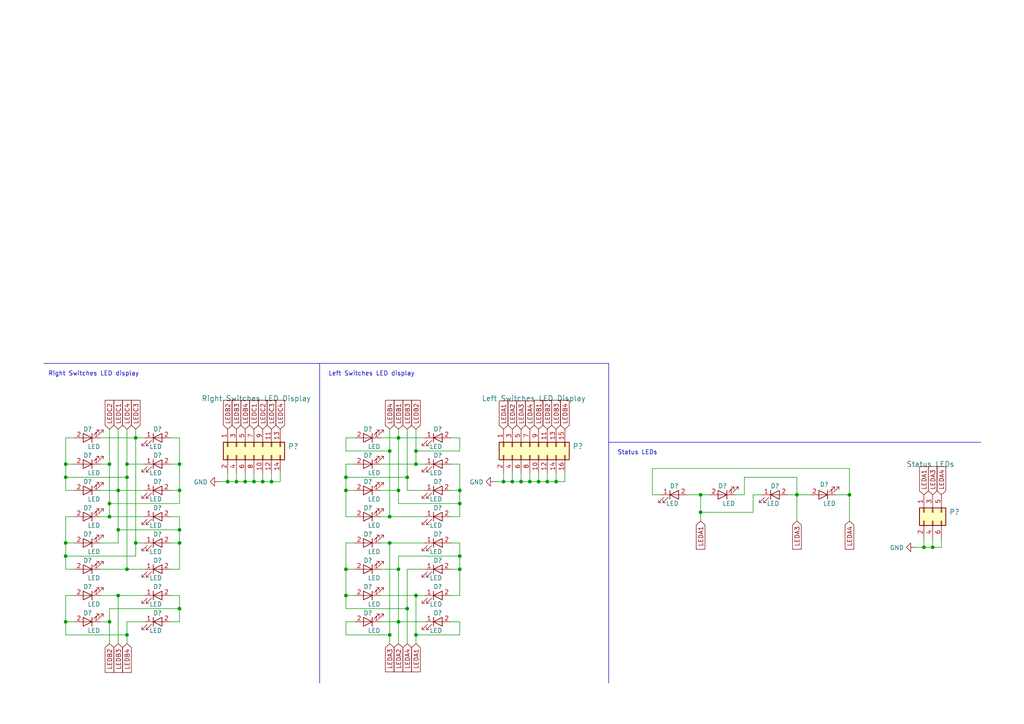
<source format=kicad_sch>
(kicad_sch (version 20230121) (generator eeschema)
  (paper "A4")
  (lib_symbols
    (symbol "conn:Conn_02x03_Odd_Even" (pin_names (offset 1.016) hide)
      (property "Reference" "J" (at 1.27 5.08 0))
      (property "Value" "conn_Conn_02x03_Odd_Even" (at 1.27 -5.08 0))
      (symbol "Conn_02x03_Odd_Even_1_1"
        (rectangle (start -1.27 -2.413) (end 0 -2.667) (stroke (width 0.1524)))
        (rectangle (start -1.27 0.127) (end 0 -0.127) (stroke (width 0.1524)))
        (rectangle (start -1.27 2.667) (end 0 2.413) (stroke (width 0.1524)))
        (rectangle (start -1.27 3.81) (end 3.81 -3.81) (stroke (width 0.254)) (fill (type background)))
        (rectangle (start 3.81 -2.413) (end 2.54 -2.667) (stroke (width 0.1524)))
        (rectangle (start 3.81 0.127) (end 2.54 -0.127) (stroke (width 0.1524)))
        (rectangle (start 3.81 2.667) (end 2.54 2.413) (stroke (width 0.1524)))
        (pin passive line (at -5.08 2.54 0) (length 3.81) (name "Pin_1") (number "1"))
        (pin passive line (at 7.62 2.54 180) (length 3.81) (name "Pin_2") (number "2"))
        (pin passive line (at -5.08 0 0) (length 3.81) (name "Pin_3") (number "3"))
        (pin passive line (at 7.62 0 180) (length 3.81) (name "Pin_4") (number "4"))
        (pin passive line (at -5.08 -2.54 0) (length 3.81) (name "Pin_5") (number "5"))
        (pin passive line (at 7.62 -2.54 180) (length 3.81) (name "Pin_6") (number "6"))
      )
    )
    (symbol "conn:Conn_02x07_Odd_Even" (pin_names (offset 1.016) hide)
      (property "Reference" "J" (at 1.27 10.16 0))
      (property "Value" "conn_Conn_02x07_Odd_Even" (at 1.27 -10.16 0))
      (symbol "Conn_02x07_Odd_Even_1_1"
        (rectangle (start -1.27 -7.493) (end 0 -7.747) (stroke (width 0.1524)))
        (rectangle (start -1.27 -4.953) (end 0 -5.207) (stroke (width 0.1524)))
        (rectangle (start -1.27 -2.413) (end 0 -2.667) (stroke (width 0.1524)))
        (rectangle (start -1.27 0.127) (end 0 -0.127) (stroke (width 0.1524)))
        (rectangle (start -1.27 2.667) (end 0 2.413) (stroke (width 0.1524)))
        (rectangle (start -1.27 5.207) (end 0 4.953) (stroke (width 0.1524)))
        (rectangle (start -1.27 7.747) (end 0 7.493) (stroke (width 0.1524)))
        (rectangle (start -1.27 8.89) (end 3.81 -8.89) (stroke (width 0.254)) (fill (type background)))
        (rectangle (start 3.81 -7.493) (end 2.54 -7.747) (stroke (width 0.1524)))
        (rectangle (start 3.81 -4.953) (end 2.54 -5.207) (stroke (width 0.1524)))
        (rectangle (start 3.81 -2.413) (end 2.54 -2.667) (stroke (width 0.1524)))
        (rectangle (start 3.81 0.127) (end 2.54 -0.127) (stroke (width 0.1524)))
        (rectangle (start 3.81 2.667) (end 2.54 2.413) (stroke (width 0.1524)))
        (rectangle (start 3.81 5.207) (end 2.54 4.953) (stroke (width 0.1524)))
        (rectangle (start 3.81 7.747) (end 2.54 7.493) (stroke (width 0.1524)))
        (pin passive line (at -5.08 7.62 0) (length 3.81) (name "Pin_1") (number "1"))
        (pin passive line (at 7.62 -2.54 180) (length 3.81) (name "Pin_10") (number "10"))
        (pin passive line (at -5.08 -5.08 0) (length 3.81) (name "Pin_11") (number "11"))
        (pin passive line (at 7.62 -5.08 180) (length 3.81) (name "Pin_12") (number "12"))
        (pin passive line (at -5.08 -7.62 0) (length 3.81) (name "Pin_13") (number "13"))
        (pin passive line (at 7.62 -7.62 180) (length 3.81) (name "Pin_14") (number "14"))
        (pin passive line (at 7.62 7.62 180) (length 3.81) (name "Pin_2") (number "2"))
        (pin passive line (at -5.08 5.08 0) (length 3.81) (name "Pin_3") (number "3"))
        (pin passive line (at 7.62 5.08 180) (length 3.81) (name "Pin_4") (number "4"))
        (pin passive line (at -5.08 2.54 0) (length 3.81) (name "Pin_5") (number "5"))
        (pin passive line (at 7.62 2.54 180) (length 3.81) (name "Pin_6") (number "6"))
        (pin passive line (at -5.08 0 0) (length 3.81) (name "Pin_7") (number "7"))
        (pin passive line (at 7.62 0 180) (length 3.81) (name "Pin_8") (number "8"))
        (pin passive line (at -5.08 -2.54 0) (length 3.81) (name "Pin_9") (number "9"))
      )
    )
    (symbol "conn:Conn_02x08_Odd_Even" (pin_names (offset 1.016) hide)
      (property "Reference" "J" (at 1.27 10.16 0))
      (property "Value" "conn_Conn_02x08_Odd_Even" (at 1.27 -12.7 0))
      (symbol "Conn_02x08_Odd_Even_1_1"
        (rectangle (start -1.27 -10.033) (end 0 -10.287) (stroke (width 0.1524)))
        (rectangle (start -1.27 -7.493) (end 0 -7.747) (stroke (width 0.1524)))
        (rectangle (start -1.27 -4.953) (end 0 -5.207) (stroke (width 0.1524)))
        (rectangle (start -1.27 -2.413) (end 0 -2.667) (stroke (width 0.1524)))
        (rectangle (start -1.27 0.127) (end 0 -0.127) (stroke (width 0.1524)))
        (rectangle (start -1.27 2.667) (end 0 2.413) (stroke (width 0.1524)))
        (rectangle (start -1.27 5.207) (end 0 4.953) (stroke (width 0.1524)))
        (rectangle (start -1.27 7.747) (end 0 7.493) (stroke (width 0.1524)))
        (rectangle (start -1.27 8.89) (end 3.81 -11.43) (stroke (width 0.254)) (fill (type background)))
        (rectangle (start 3.81 -10.033) (end 2.54 -10.287) (stroke (width 0.1524)))
        (rectangle (start 3.81 -7.493) (end 2.54 -7.747) (stroke (width 0.1524)))
        (rectangle (start 3.81 -4.953) (end 2.54 -5.207) (stroke (width 0.1524)))
        (rectangle (start 3.81 -2.413) (end 2.54 -2.667) (stroke (width 0.1524)))
        (rectangle (start 3.81 0.127) (end 2.54 -0.127) (stroke (width 0.1524)))
        (rectangle (start 3.81 2.667) (end 2.54 2.413) (stroke (width 0.1524)))
        (rectangle (start 3.81 5.207) (end 2.54 4.953) (stroke (width 0.1524)))
        (rectangle (start 3.81 7.747) (end 2.54 7.493) (stroke (width 0.1524)))
        (pin passive line (at -5.08 7.62 0) (length 3.81) (name "Pin_1") (number "1"))
        (pin passive line (at 7.62 -2.54 180) (length 3.81) (name "Pin_10") (number "10"))
        (pin passive line (at -5.08 -5.08 0) (length 3.81) (name "Pin_11") (number "11"))
        (pin passive line (at 7.62 -5.08 180) (length 3.81) (name "Pin_12") (number "12"))
        (pin passive line (at -5.08 -7.62 0) (length 3.81) (name "Pin_13") (number "13"))
        (pin passive line (at 7.62 -7.62 180) (length 3.81) (name "Pin_14") (number "14"))
        (pin passive line (at -5.08 -10.16 0) (length 3.81) (name "Pin_15") (number "15"))
        (pin passive line (at 7.62 -10.16 180) (length 3.81) (name "Pin_16") (number "16"))
        (pin passive line (at 7.62 7.62 180) (length 3.81) (name "Pin_2") (number "2"))
        (pin passive line (at -5.08 5.08 0) (length 3.81) (name "Pin_3") (number "3"))
        (pin passive line (at 7.62 5.08 180) (length 3.81) (name "Pin_4") (number "4"))
        (pin passive line (at -5.08 2.54 0) (length 3.81) (name "Pin_5") (number "5"))
        (pin passive line (at 7.62 2.54 180) (length 3.81) (name "Pin_6") (number "6"))
        (pin passive line (at -5.08 0 0) (length 3.81) (name "Pin_7") (number "7"))
        (pin passive line (at 7.62 0 180) (length 3.81) (name "Pin_8") (number "8"))
        (pin passive line (at -5.08 -2.54 0) (length 3.81) (name "Pin_9") (number "9"))
      )
    )
    (symbol "device:LED" (pin_names (offset 1.016) hide)
      (property "Reference" "D" (at 0 2.54 0))
      (property "Value" "device_LED" (at 0 -2.54 0))
      (symbol "LED_0_1"
        (polyline (pts (xy -1.27 -1.27) (xy -1.27 1.27)) (stroke (width 0.2032)))
        (polyline (pts (xy -1.27 0) (xy 1.27 0)))
        (polyline (pts (xy 1.27 -1.27) (xy 1.27 1.27) (xy -1.27 0) (xy 1.27 -1.27)) (stroke (width 0.2032)))
        (polyline (pts (xy -3.048 -0.762) (xy -4.572 -2.286) (xy -3.81 -2.286) (xy -4.572 -2.286) (xy -4.572 -1.524)))
        (polyline (pts (xy -1.778 -0.762) (xy -3.302 -2.286) (xy -2.54 -2.286) (xy -3.302 -2.286) (xy -3.302 -1.524)))
      )
      (symbol "LED_1_1"
        (pin passive line (at -3.81 0 0) (length 2.54) (name "K") (number "1"))
        (pin passive line (at 3.81 0 180) (length 2.54) (name "A") (number "2"))
      )
    )
    (symbol "power:GND" (power) (pin_names (offset 0))
      (property "Value" "power_GND" (at 0 -3.81 0))
      (symbol "GND_0_1"
        (polyline (pts (xy 0 0) (xy 0 -1.27) (xy 1.27 -1.27) (xy 0 -2.54) (xy -1.27 -1.27) (xy 0 -1.27)))
      )
      (symbol "GND_1_1"
        (pin power_in line (at 0 0 270) (length 0) hide (name "GND") (number "1"))
      )
    )
  )
  (junction (at 100.33 165.1))
  (junction (at 19.05 161.29))
  (junction (at 133.35 146.05))
  (junction (at 120.65 184.15))
  (junction (at 231.14 143.51))
  (junction (at 267.97 158.75))
  (junction (at 52.07 153.67))
  (junction (at 76.2 139.7))
  (junction (at 36.83 165.1))
  (junction (at 19.05 138.43))
  (junction (at 115.57 142.24))
  (junction (at 120.65 134.62))
  (junction (at 203.2 143.51))
  (junction (at 120.65 130.81))
  (junction (at 52.07 142.24))
  (junction (at 120.65 172.72))
  (junction (at 100.33 138.43))
  (junction (at 153.67 139.7))
  (junction (at 148.59 139.7))
  (junction (at 115.57 180.34))
  (junction (at 158.75 139.7))
  (junction (at 161.29 139.7))
  (junction (at 31.75 134.62))
  (junction (at 100.33 142.24))
  (junction (at 19.05 134.62))
  (junction (at 113.03 130.81))
  (junction (at 246.38 143.51))
  (junction (at 115.57 127))
  (junction (at 68.58 139.7))
  (junction (at 39.37 127))
  (junction (at 31.75 149.86))
  (junction (at 146.05 139.7))
  (junction (at 133.35 165.1))
  (junction (at 52.07 134.62))
  (junction (at 34.29 153.67))
  (junction (at 31.75 180.34))
  (junction (at 73.66 139.7))
  (junction (at 113.03 157.48))
  (junction (at 19.05 180.34))
  (junction (at 118.11 176.53))
  (junction (at 133.35 142.24))
  (junction (at 19.05 157.48))
  (junction (at 115.57 165.1))
  (junction (at 203.2 148.59))
  (junction (at 113.03 149.86))
  (junction (at 34.29 172.72))
  (junction (at 118.11 138.43))
  (junction (at 36.83 138.43))
  (junction (at 151.13 139.7))
  (junction (at 156.21 139.7))
  (junction (at 100.33 172.72))
  (junction (at 78.74 139.7))
  (junction (at 36.83 134.62))
  (junction (at 52.07 157.48))
  (junction (at 36.83 184.15))
  (junction (at 270.51 158.75))
  (junction (at 34.29 142.24))
  (junction (at 133.35 161.29))
  (junction (at 39.37 157.48))
  (junction (at 31.75 146.05))
  (junction (at 52.07 176.53))
  (junction (at 113.03 184.15))
  (junction (at 71.12 139.7))
  (junction (at 66.04 139.7))
  (wire (pts (xy 148.59 139.7) (xy 146.05 139.7)))
  (wire (pts (xy 100.33 134.62) (xy 100.33 138.43)))
  (wire (pts (xy 161.29 139.7) (xy 163.83 139.7)))
  (wire (pts (xy 49.53 149.86) (xy 52.07 149.86)))
  (wire (pts (xy 189.23 135.89) (xy 189.23 143.51)))
  (wire (pts (xy 31.75 134.62) (xy 29.21 134.62)))
  (wire (pts (xy 31.75 146.05) (xy 52.07 146.05)))
  (wire (pts (xy 34.29 142.24) (xy 41.91 142.24)))
  (wire (pts (xy 52.07 134.62) (xy 49.53 134.62)))
  (wire (pts (xy 31.75 176.53) (xy 31.75 180.34)))
  (wire (pts (xy 113.03 149.86) (xy 110.49 149.86)))
  (wire (pts (xy 163.83 139.7) (xy 163.83 137.16)))
  (wire (pts (xy 158.75 139.7) (xy 156.21 139.7)))
  (wire (pts (xy 203.2 143.51) (xy 205.74 143.51)))
  (wire (pts (xy 130.81 134.62) (xy 133.35 134.62)))
  (wire (pts (xy 52.07 172.72) (xy 52.07 176.53)))
  (wire (pts (xy 113.03 157.48) (xy 110.49 157.48)))
  (wire (pts (xy 218.44 143.51) (xy 218.44 148.59)))
  (wire (pts (xy 81.28 137.16) (xy 81.28 139.7)))
  (wire (pts (xy 273.05 158.75) (xy 270.51 158.75)))
  (wire (pts (xy 133.35 127) (xy 130.81 127)))
  (wire (pts (xy 270.51 158.75) (xy 270.51 156.21)))
  (wire (pts (xy 76.2 139.7) (xy 76.2 137.16)))
  (wire (pts (xy 36.83 165.1) (xy 41.91 165.1)))
  (wire (pts (xy 273.05 158.75) (xy 273.05 156.21)))
  (wire (pts (xy 113.03 184.15) (xy 100.33 184.15)))
  (wire (pts (xy 19.05 134.62) (xy 21.59 134.62)))
  (wire (pts (xy 100.33 176.53) (xy 100.33 172.72)))
  (wire (pts (xy 19.05 149.86) (xy 19.05 157.48)))
  (wire (pts (xy 36.83 124.46) (xy 36.83 134.62)))
  (wire (pts (xy 246.38 151.13) (xy 246.38 143.51)))
  (wire (pts (xy 110.49 180.34) (xy 115.57 180.34)))
  (wire (pts (xy 153.67 139.7) (xy 151.13 139.7)))
  (wire (pts (xy 19.05 127) (xy 19.05 134.62)))
  (wire (pts (xy 115.57 127) (xy 115.57 124.46)))
  (wire (pts (xy 267.97 158.75) (xy 265.43 158.75)))
  (wire (pts (xy 49.53 127) (xy 52.07 127)))
  (wire (pts (xy 39.37 157.48) (xy 41.91 157.48)))
  (wire (pts (xy 115.57 186.69) (xy 115.57 180.34)))
  (wire (pts (xy 71.12 139.7) (xy 68.58 139.7)))
  (wire (pts (xy 156.21 139.7) (xy 153.67 139.7)))
  (wire (pts (xy 19.05 157.48) (xy 21.59 157.48)))
  (wire (pts (xy 34.29 172.72) (xy 29.21 172.72)))
  (wire (pts (xy 31.75 149.86) (xy 31.75 146.05)))
  (wire (pts (xy 52.07 149.86) (xy 52.07 153.67)))
  (wire (pts (xy 31.75 149.86) (xy 41.91 149.86)))
  (wire (pts (xy 66.04 139.7) (xy 66.04 137.16)))
  (wire (pts (xy 31.75 146.05) (xy 31.75 134.62)))
  (wire (pts (xy 21.59 172.72) (xy 19.05 172.72)))
  (wire (pts (xy 110.49 134.62) (xy 120.65 134.62)))
  (wire (pts (xy 52.07 127) (xy 52.07 134.62)))
  (wire (pts (xy 31.75 124.46) (xy 31.75 134.62)))
  (wire (pts (xy 199.39 143.51) (xy 203.2 143.51)))
  (wire (pts (xy 120.65 130.81) (xy 133.35 130.81)))
  (wire (pts (xy 34.29 153.67) (xy 34.29 142.24)))
  (wire (pts (xy 39.37 157.48) (xy 39.37 127)))
  (wire (pts (xy 52.07 165.1) (xy 49.53 165.1)))
  (wire (pts (xy 220.98 143.51) (xy 218.44 143.51)))
  (wire (pts (xy 110.49 142.24) (xy 115.57 142.24)))
  (wire (pts (xy 100.33 165.1) (xy 102.87 165.1)))
  (wire (pts (xy 118.11 165.1) (xy 123.19 165.1)))
  (wire (pts (xy 34.29 153.67) (xy 34.29 157.48)))
  (wire (pts (xy 68.58 139.7) (xy 68.58 137.16)))
  (wire (pts (xy 133.35 130.81) (xy 133.35 127)))
  (wire (pts (xy 113.03 149.86) (xy 123.19 149.86)))
  (wire (pts (xy 39.37 124.46) (xy 39.37 127)))
  (wire (pts (xy 34.29 172.72) (xy 34.29 186.69)))
  (wire (pts (xy 71.12 139.7) (xy 71.12 137.16)))
  (wire (pts (xy 52.07 153.67) (xy 52.07 157.48)))
  (wire (pts (xy 36.83 138.43) (xy 36.83 134.62)))
  (wire (pts (xy 100.33 165.1) (xy 100.33 172.72)))
  (wire (pts (xy 52.07 180.34) (xy 49.53 180.34)))
  (wire (pts (xy 213.36 143.51) (xy 215.9 143.51)))
  (wire (pts (xy 120.65 134.62) (xy 123.19 134.62)))
  (wire (pts (xy 133.35 184.15) (xy 120.65 184.15)))
  (wire (pts (xy 231.14 138.43) (xy 231.14 143.51)))
  (wire (pts (xy 31.75 180.34) (xy 31.75 186.69)))
  (wire (pts (xy 102.87 180.34) (xy 100.33 180.34)))
  (wire (pts (xy 81.28 139.7) (xy 78.74 139.7)))
  (wire (pts (xy 133.35 180.34) (xy 133.35 184.15)))
  (wire (pts (xy 130.81 180.34) (xy 133.35 180.34)))
  (wire (pts (xy 31.75 176.53) (xy 52.07 176.53)))
  (wire (pts (xy 115.57 165.1) (xy 110.49 165.1)))
  (wire (pts (xy 19.05 157.48) (xy 19.05 161.29)))
  (wire (pts (xy 120.65 184.15) (xy 120.65 186.69)))
  (wire (pts (xy 49.53 172.72) (xy 52.07 172.72)))
  (wire (pts (xy 120.65 172.72) (xy 120.65 184.15)))
  (polyline (pts (xy 284.48 128.27) (xy 176.53 128.27)))
  (wire (pts (xy 133.35 165.1) (xy 130.81 165.1)))
  (wire (pts (xy 31.75 180.34) (xy 29.21 180.34)))
  (wire (pts (xy 100.33 157.48) (xy 100.33 165.1)))
  (wire (pts (xy 153.67 139.7) (xy 153.67 137.16)))
  (wire (pts (xy 113.03 130.81) (xy 100.33 130.81)))
  (wire (pts (xy 36.83 184.15) (xy 36.83 186.69)))
  (wire (pts (xy 100.33 142.24) (xy 102.87 142.24)))
  (wire (pts (xy 41.91 127) (xy 39.37 127)))
  (wire (pts (xy 100.33 142.24) (xy 100.33 149.86)))
  (wire (pts (xy 215.9 138.43) (xy 231.14 138.43)))
  (wire (pts (xy 52.07 157.48) (xy 52.07 165.1)))
  (wire (pts (xy 118.11 138.43) (xy 100.33 138.43)))
  (wire (pts (xy 36.83 165.1) (xy 36.83 138.43)))
  (wire (pts (xy 36.83 184.15) (xy 19.05 184.15)))
  (wire (pts (xy 19.05 134.62) (xy 19.05 138.43)))
  (wire (pts (xy 118.11 124.46) (xy 118.11 138.43)))
  (wire (pts (xy 100.33 130.81) (xy 100.33 127)))
  (polyline (pts (xy 92.71 105.41) (xy 92.71 198.12)))
  (wire (pts (xy 36.83 165.1) (xy 29.21 165.1)))
  (wire (pts (xy 36.83 180.34) (xy 41.91 180.34)))
  (wire (pts (xy 39.37 161.29) (xy 19.05 161.29)))
  (wire (pts (xy 203.2 151.13) (xy 203.2 148.59)))
  (wire (pts (xy 115.57 127) (xy 110.49 127)))
  (wire (pts (xy 19.05 138.43) (xy 19.05 142.24)))
  (wire (pts (xy 39.37 161.29) (xy 39.37 157.48)))
  (wire (pts (xy 246.38 135.89) (xy 189.23 135.89)))
  (wire (pts (xy 78.74 139.7) (xy 78.74 137.16)))
  (wire (pts (xy 120.65 124.46) (xy 120.65 130.81)))
  (wire (pts (xy 73.66 139.7) (xy 73.66 137.16)))
  (wire (pts (xy 100.33 172.72) (xy 102.87 172.72)))
  (wire (pts (xy 118.11 176.53) (xy 118.11 165.1)))
  (wire (pts (xy 19.05 142.24) (xy 21.59 142.24)))
  (wire (pts (xy 118.11 138.43) (xy 118.11 142.24)))
  (wire (pts (xy 68.58 139.7) (xy 66.04 139.7)))
  (wire (pts (xy 115.57 127) (xy 123.19 127)))
  (wire (pts (xy 146.05 139.7) (xy 143.51 139.7)))
  (wire (pts (xy 52.07 142.24) (xy 49.53 142.24)))
  (wire (pts (xy 21.59 127) (xy 19.05 127)))
  (wire (pts (xy 19.05 180.34) (xy 19.05 184.15)))
  (wire (pts (xy 242.57 143.51) (xy 246.38 143.51)))
  (wire (pts (xy 151.13 139.7) (xy 148.59 139.7)))
  (wire (pts (xy 246.38 143.51) (xy 246.38 135.89)))
  (wire (pts (xy 52.07 180.34) (xy 52.07 176.53)))
  (polyline (pts (xy 176.53 198.12) (xy 176.53 105.41)))
  (wire (pts (xy 148.59 139.7) (xy 148.59 137.16)))
  (wire (pts (xy 115.57 180.34) (xy 123.19 180.34)))
  (wire (pts (xy 215.9 143.51) (xy 215.9 138.43)))
  (wire (pts (xy 115.57 180.34) (xy 115.57 165.1)))
  (wire (pts (xy 161.29 137.16) (xy 161.29 139.7)))
  (wire (pts (xy 100.33 149.86) (xy 102.87 149.86)))
  (wire (pts (xy 120.65 172.72) (xy 110.49 172.72)))
  (wire (pts (xy 146.05 139.7) (xy 146.05 137.16)))
  (wire (pts (xy 133.35 149.86) (xy 130.81 149.86)))
  (wire (pts (xy 270.51 158.75) (xy 267.97 158.75)))
  (wire (pts (xy 36.83 134.62) (xy 41.91 134.62)))
  (wire (pts (xy 133.35 142.24) (xy 133.35 146.05)))
  (wire (pts (xy 66.04 139.7) (xy 63.5 139.7)))
  (wire (pts (xy 29.21 157.48) (xy 34.29 157.48)))
  (wire (pts (xy 267.97 158.75) (xy 267.97 156.21)))
  (wire (pts (xy 158.75 139.7) (xy 158.75 137.16)))
  (wire (pts (xy 52.07 146.05) (xy 52.07 142.24)))
  (wire (pts (xy 102.87 157.48) (xy 100.33 157.48)))
  (wire (pts (xy 113.03 186.69) (xy 113.03 184.15)))
  (wire (pts (xy 231.14 151.13) (xy 231.14 143.51)))
  (wire (pts (xy 78.74 139.7) (xy 76.2 139.7)))
  (wire (pts (xy 203.2 148.59) (xy 203.2 143.51)))
  (wire (pts (xy 19.05 161.29) (xy 19.05 165.1)))
  (wire (pts (xy 156.21 139.7) (xy 156.21 137.16)))
  (wire (pts (xy 130.81 157.48) (xy 133.35 157.48)))
  (wire (pts (xy 123.19 157.48) (xy 113.03 157.48)))
  (wire (pts (xy 120.65 134.62) (xy 120.65 130.81)))
  (wire (pts (xy 115.57 161.29) (xy 133.35 161.29)))
  (wire (pts (xy 115.57 161.29) (xy 115.57 165.1)))
  (wire (pts (xy 73.66 139.7) (xy 71.12 139.7)))
  (wire (pts (xy 133.35 157.48) (xy 133.35 161.29)))
  (wire (pts (xy 19.05 165.1) (xy 21.59 165.1)))
  (wire (pts (xy 39.37 127) (xy 29.21 127)))
  (wire (pts (xy 100.33 180.34) (xy 100.33 184.15)))
  (wire (pts (xy 21.59 149.86) (xy 19.05 149.86)))
  (wire (pts (xy 118.11 142.24) (xy 123.19 142.24)))
  (wire (pts (xy 113.03 157.48) (xy 113.03 184.15)))
  (wire (pts (xy 41.91 172.72) (xy 34.29 172.72)))
  (wire (pts (xy 76.2 139.7) (xy 73.66 139.7)))
  (wire (pts (xy 120.65 172.72) (xy 123.19 172.72)))
  (polyline (pts (xy 12.7 105.41) (xy 176.53 105.41)))
  (wire (pts (xy 115.57 142.24) (xy 115.57 127)))
  (wire (pts (xy 118.11 176.53) (xy 118.11 186.69)))
  (wire (pts (xy 113.03 124.46) (xy 113.03 130.81)))
  (wire (pts (xy 189.23 143.51) (xy 191.77 143.51)))
  (wire (pts (xy 133.35 165.1) (xy 133.35 172.72)))
  (wire (pts (xy 52.07 157.48) (xy 49.53 157.48)))
  (wire (pts (xy 151.13 139.7) (xy 151.13 137.16)))
  (wire (pts (xy 218.44 148.59) (xy 203.2 148.59)))
  (wire (pts (xy 133.35 142.24) (xy 130.81 142.24)))
  (wire (pts (xy 100.33 138.43) (xy 100.33 142.24)))
  (wire (pts (xy 52.07 134.62) (xy 52.07 142.24)))
  (wire (pts (xy 133.35 149.86) (xy 133.35 146.05)))
  (wire (pts (xy 133.35 134.62) (xy 133.35 142.24)))
  (wire (pts (xy 133.35 146.05) (xy 115.57 146.05)))
  (wire (pts (xy 34.29 142.24) (xy 34.29 124.46)))
  (wire (pts (xy 29.21 149.86) (xy 31.75 149.86)))
  (wire (pts (xy 102.87 134.62) (xy 100.33 134.62)))
  (wire (pts (xy 100.33 127) (xy 102.87 127)))
  (wire (pts (xy 231.14 143.51) (xy 234.95 143.51)))
  (wire (pts (xy 118.11 176.53) (xy 100.33 176.53)))
  (wire (pts (xy 34.29 142.24) (xy 29.21 142.24)))
  (wire (pts (xy 133.35 161.29) (xy 133.35 165.1)))
  (wire (pts (xy 161.29 139.7) (xy 158.75 139.7)))
  (wire (pts (xy 113.03 149.86) (xy 113.03 130.81)))
  (wire (pts (xy 36.83 184.15) (xy 36.83 180.34)))
  (wire (pts (xy 19.05 172.72) (xy 19.05 180.34)))
  (wire (pts (xy 133.35 172.72) (xy 130.81 172.72)))
  (wire (pts (xy 228.6 143.51) (xy 231.14 143.51)))
  (wire (pts (xy 52.07 153.67) (xy 34.29 153.67)))
  (wire (pts (xy 36.83 138.43) (xy 19.05 138.43)))
  (wire (pts (xy 115.57 146.05) (xy 115.57 142.24)))
  (wire (pts (xy 19.05 180.34) (xy 21.59 180.34)))
  (text "Right Switches LED display" (at 13.97 109.22 0) (effects (font (size 1.27 1.27)) (justify left bottom)))
  (text "Status LEDs" (at 179.07 132.08 0) (effects (font (size 1.27 1.27)) (justify left bottom)))
  (text "Left Switches LED display" (at 95.25 109.22 0) (effects (font (size 1.27 1.27)) (justify left bottom)))
  (global_label "LEDB4" (shape input) (at 113.03 124.46 90) (property "Intersheetrefs" "${INTERSHEET_REFS}" (effects hide)))
  (global_label "LEDC3" (shape input) (at 78.74 124.46 90) (property "Intersheetrefs" "${INTERSHEET_REFS}" (effects hide)))
  (global_label "LEDB2" (shape input) (at 120.65 124.46 90) (property "Intersheetrefs" "${INTERSHEET_REFS}" (effects hide)))
  (global_label "LEDB3" (shape input) (at 68.58 124.46 90) (property "Intersheetrefs" "${INTERSHEET_REFS}" (effects hide)))
  (global_label "LEDC3" (shape input) (at 39.37 124.46 90) (property "Intersheetrefs" "${INTERSHEET_REFS}" (effects hide)))
  (global_label "LEDA4" (shape input) (at 153.67 124.46 90) (property "Intersheetrefs" "${INTERSHEET_REFS}" (effects hide)))
  (global_label "LEDA4" (shape input) (at 273.05 143.51 90) (property "Intersheetrefs" "${INTERSHEET_REFS}" (effects hide)))
  (global_label "LEDB3" (shape input) (at 34.29 186.69 270) (property "Intersheetrefs" "${INTERSHEET_REFS}" (effects hide)))
  (global_label "LEDA3" (shape input) (at 113.03 186.69 270) (property "Intersheetrefs" "${INTERSHEET_REFS}" (effects hide)))
  (global_label "LEDA1" (shape input) (at 146.05 124.46 90) (property "Intersheetrefs" "${INTERSHEET_REFS}" (effects hide)))
  (global_label "LEDA2" (shape input) (at 148.59 124.46 90) (property "Intersheetrefs" "${INTERSHEET_REFS}" (effects hide)))
  (global_label "LEDB1" (shape input) (at 115.57 124.46 90) (property "Intersheetrefs" "${INTERSHEET_REFS}" (effects hide)))
  (global_label "LEDA3" (shape input) (at 231.14 151.13 270) (property "Intersheetrefs" "${INTERSHEET_REFS}" (effects hide)))
  (global_label "LEDB3" (shape input) (at 161.29 124.46 90) (property "Intersheetrefs" "${INTERSHEET_REFS}" (effects hide)))
  (global_label "LEDA3" (shape input) (at 151.13 124.46 90) (property "Intersheetrefs" "${INTERSHEET_REFS}" (effects hide)))
  (global_label "LEDB4" (shape input) (at 163.83 124.46 90) (property "Intersheetrefs" "${INTERSHEET_REFS}" (effects hide)))
  (global_label "LEDB2" (shape input) (at 66.04 124.46 90) (property "Intersheetrefs" "${INTERSHEET_REFS}" (effects hide)))
  (global_label "LEDB2" (shape input) (at 31.75 186.69 270) (property "Intersheetrefs" "${INTERSHEET_REFS}" (effects hide)))
  (global_label "LEDC2" (shape input) (at 76.2 124.46 90) (property "Intersheetrefs" "${INTERSHEET_REFS}" (effects hide)))
  (global_label "LEDB3" (shape input) (at 118.11 124.46 90) (property "Intersheetrefs" "${INTERSHEET_REFS}" (effects hide)))
  (global_label "LEDA2" (shape input) (at 115.57 186.69 270) (property "Intersheetrefs" "${INTERSHEET_REFS}" (effects hide)))
  (global_label "LEDA4" (shape input) (at 118.11 186.69 270) (property "Intersheetrefs" "${INTERSHEET_REFS}" (effects hide)))
  (global_label "LEDB2" (shape input) (at 158.75 124.46 90) (property "Intersheetrefs" "${INTERSHEET_REFS}" (effects hide)))
  (global_label "LEDB1" (shape input) (at 156.21 124.46 90) (property "Intersheetrefs" "${INTERSHEET_REFS}" (effects hide)))
  (global_label "LEDC4" (shape input) (at 36.83 124.46 90) (property "Intersheetrefs" "${INTERSHEET_REFS}" (effects hide)))
  (global_label "LEDC4" (shape input) (at 81.28 124.46 90) (property "Intersheetrefs" "${INTERSHEET_REFS}" (effects hide)))
  (global_label "LEDB4" (shape input) (at 71.12 124.46 90) (property "Intersheetrefs" "${INTERSHEET_REFS}" (effects hide)))
  (global_label "LEDA3" (shape input) (at 270.51 143.51 90) (property "Intersheetrefs" "${INTERSHEET_REFS}" (effects hide)))
  (global_label "LEDC1" (shape input) (at 73.66 124.46 90) (property "Intersheetrefs" "${INTERSHEET_REFS}" (effects hide)))
  (global_label "LEDC1" (shape input) (at 34.29 124.46 90) (property "Intersheetrefs" "${INTERSHEET_REFS}" (effects hide)))
  (global_label "LEDA1" (shape input) (at 203.2 151.13 270) (property "Intersheetrefs" "${INTERSHEET_REFS}" (effects hide)))
  (global_label "LEDC2" (shape input) (at 31.75 124.46 90) (property "Intersheetrefs" "${INTERSHEET_REFS}" (effects hide)))
  (global_label "LEDA4" (shape input) (at 246.38 151.13 270) (property "Intersheetrefs" "${INTERSHEET_REFS}" (effects hide)))
  (global_label "LEDA1" (shape input) (at 120.65 186.69 270) (property "Intersheetrefs" "${INTERSHEET_REFS}" (effects hide)))
  (global_label "LEDA1" (shape input) (at 267.97 143.51 90) (property "Intersheetrefs" "${INTERSHEET_REFS}" (effects hide)))
  (global_label "LEDB4" (shape input) (at 36.83 186.69 270) (property "Intersheetrefs" "${INTERSHEET_REFS}" (effects hide)))
  (symbol (lib_id "device:LED") (at 195.58 143.51 0) (unit 1)
    (property "Reference" "D?" (at 196.85 140.97 0) (effects (justify right)))
    (property "Value" "LED" (at 196.85 146.05 0) (effects (justify right)))
  )
  (symbol (lib_id "device:LED") (at 209.55 143.51 180) (unit 1)
    (property "Reference" "D?" (at 208.28 140.97 0) (effects (justify right)))
    (property "Value" "LED" (at 209.55 146.05 0) (effects (justify right)))
  )
  (symbol (lib_id "device:LED") (at 224.79 143.51 0) (unit 1)
    (property "Reference" "D?" (at 226.06 140.97 0) (effects (justify right)))
    (property "Value" "LED" (at 226.06 146.05 0) (effects (justify right)))
  )
  (symbol (lib_id "device:LED") (at 238.76 143.51 180) (unit 1)
    (property "Reference" "D?" (at 237.7694 140.5382 0) (effects (justify right)))
    (property "Value" "LED" (at 238.76 146.05 0) (effects (justify right)))
  )
  (symbol (lib_id "device:LED") (at 106.68 127 180) (unit 1)
    (property "Reference" "D?" (at 105.41 124.46 0) (effects (justify right)))
    (property "Value" "LED" (at 106.68 129.54 0) (effects (justify right)))
  )
  (symbol (lib_id "device:LED") (at 106.68 134.62 180) (unit 1)
    (property "Reference" "D?" (at 105.41 132.08 0) (effects (justify right)))
    (property "Value" "LED" (at 106.68 137.16 0) (effects (justify right)))
  )
  (symbol (lib_id "device:LED") (at 106.68 142.24 180) (unit 1)
    (property "Reference" "D?" (at 105.41 139.7 0) (effects (justify right)))
    (property "Value" "LED" (at 106.68 144.78 0) (effects (justify right)))
  )
  (symbol (lib_id "device:LED") (at 106.68 149.86 180) (unit 1)
    (property "Reference" "D?" (at 105.41 147.32 0) (effects (justify right)))
    (property "Value" "LED" (at 106.68 152.4 0) (effects (justify right)))
  )
  (symbol (lib_id "device:LED") (at 106.68 157.48 180) (unit 1)
    (property "Reference" "D?" (at 105.41 154.94 0) (effects (justify right)))
    (property "Value" "LED" (at 106.68 160.02 0) (effects (justify right)))
  )
  (symbol (lib_id "device:LED") (at 106.68 165.1 180) (unit 1)
    (property "Reference" "D?" (at 105.41 162.56 0) (effects (justify right)))
    (property "Value" "LED" (at 106.68 167.64 0) (effects (justify right)))
  )
  (symbol (lib_id "device:LED") (at 106.68 172.72 180) (unit 1)
    (property "Reference" "D?" (at 105.41 170.18 0) (effects (justify right)))
    (property "Value" "LED" (at 106.68 175.26 0) (effects (justify right)))
  )
  (symbol (lib_id "device:LED") (at 106.68 180.34 180) (unit 1)
    (property "Reference" "D?" (at 105.41 177.8 0) (effects (justify right)))
    (property "Value" "LED" (at 106.68 182.88 0) (effects (justify right)))
  )
  (symbol (lib_id "device:LED") (at 25.4 172.72 180) (unit 1)
    (property "Reference" "D?" (at 24.13 170.18 0) (effects (justify right)))
    (property "Value" "LED" (at 25.4 175.26 0) (effects (justify right)))
  )
  (symbol (lib_id "device:LED") (at 25.4 180.34 180) (unit 1)
    (property "Reference" "D?" (at 24.13 177.8 0) (effects (justify right)))
    (property "Value" "LED" (at 25.4 182.88 0) (effects (justify right)))
  )
  (symbol (lib_id "device:LED") (at 25.4 127 180) (unit 1)
    (property "Reference" "D?" (at 24.13 124.46 0) (effects (justify right)))
    (property "Value" "LED" (at 25.4 129.54 0) (effects (justify right)))
  )
  (symbol (lib_id "device:LED") (at 25.4 134.62 180) (unit 1)
    (property "Reference" "D?" (at 24.13 132.08 0) (effects (justify right)))
    (property "Value" "LED" (at 25.4 137.16 0) (effects (justify right)))
  )
  (symbol (lib_id "device:LED") (at 25.4 142.24 180) (unit 1)
    (property "Reference" "D?" (at 24.13 139.7 0) (effects (justify right)))
    (property "Value" "LED" (at 25.4 144.78 0) (effects (justify right)))
  )
  (symbol (lib_id "device:LED") (at 25.4 149.86 180) (unit 1)
    (property "Reference" "D?" (at 24.13 147.32 0) (effects (justify right)))
    (property "Value" "LED" (at 25.4 152.4 0) (effects (justify right)))
  )
  (symbol (lib_id "device:LED") (at 25.4 157.48 180) (unit 1)
    (property "Reference" "D?" (at 24.13 154.94 0) (effects (justify right)))
    (property "Value" "LED" (at 25.4 160.02 0) (effects (justify right)))
  )
  (symbol (lib_id "device:LED") (at 25.4 165.1 180) (unit 1)
    (property "Reference" "D?" (at 24.13 162.56 0) (effects (justify right)))
    (property "Value" "LED" (at 25.4 167.64 0) (effects (justify right)))
  )
  (symbol (lib_id "device:LED") (at 127 127 0) (unit 1)
    (property "Reference" "D?" (at 128.27 124.46 0) (effects (justify right)))
    (property "Value" "LED" (at 128.27 129.54 0) (effects (justify right)))
  )
  (symbol (lib_id "device:LED") (at 127 134.62 0) (unit 1)
    (property "Reference" "D?" (at 128.27 132.08 0) (effects (justify right)))
    (property "Value" "LED" (at 128.27 137.16 0) (effects (justify right)))
  )
  (symbol (lib_id "device:LED") (at 127 142.24 0) (unit 1)
    (property "Reference" "D?" (at 128.27 139.7 0) (effects (justify right)))
    (property "Value" "LED" (at 128.27 144.78 0) (effects (justify right)))
  )
  (symbol (lib_id "device:LED") (at 127 149.86 0) (unit 1)
    (property "Reference" "D?" (at 128.27 147.32 0) (effects (justify right)))
    (property "Value" "LED" (at 128.27 152.4 0) (effects (justify right)))
  )
  (symbol (lib_id "device:LED") (at 127 157.48 0) (unit 1)
    (property "Reference" "D?" (at 128.27 154.94 0) (effects (justify right)))
    (property "Value" "LED" (at 128.27 160.02 0) (effects (justify right)))
  )
  (symbol (lib_id "device:LED") (at 127 165.1 0) (unit 1)
    (property "Reference" "D?" (at 128.27 162.56 0) (effects (justify right)))
    (property "Value" "LED" (at 128.27 167.64 0) (effects (justify right)))
  )
  (symbol (lib_id "device:LED") (at 127 172.72 0) (unit 1)
    (property "Reference" "D?" (at 128.27 170.18 0) (effects (justify right)))
    (property "Value" "LED" (at 128.27 175.26 0) (effects (justify right)))
  )
  (symbol (lib_id "device:LED") (at 127 180.34 0) (unit 1)
    (property "Reference" "D?" (at 128.27 177.8 0) (effects (justify right)))
    (property "Value" "LED" (at 128.27 182.88 0) (effects (justify right)))
  )
  (symbol (lib_id "device:LED") (at 45.72 172.72 0) (unit 1)
    (property "Reference" "D?" (at 46.99 170.18 0) (effects (justify right)))
    (property "Value" "LED" (at 46.99 175.26 0) (effects (justify right)))
  )
  (symbol (lib_id "device:LED") (at 45.72 180.34 0) (unit 1)
    (property "Reference" "D?" (at 46.99 177.8 0) (effects (justify right)))
    (property "Value" "LED" (at 46.99 182.88 0) (effects (justify right)))
  )
  (symbol (lib_id "device:LED") (at 45.72 127 0) (unit 1)
    (property "Reference" "D?" (at 46.99 124.46 0) (effects (justify right)))
    (property "Value" "LED" (at 46.99 129.54 0) (effects (justify right)))
  )
  (symbol (lib_id "device:LED") (at 45.72 134.62 0) (unit 1)
    (property "Reference" "D?" (at 46.99 132.08 0) (effects (justify right)))
    (property "Value" "LED" (at 46.99 137.16 0) (effects (justify right)))
  )
  (symbol (lib_id "device:LED") (at 45.72 142.24 0) (unit 1)
    (property "Reference" "D?" (at 46.99 139.7 0) (effects (justify right)))
    (property "Value" "LED" (at 46.99 144.78 0) (effects (justify right)))
  )
  (symbol (lib_id "device:LED") (at 45.72 149.86 0) (unit 1)
    (property "Reference" "D?" (at 46.99 147.32 0) (effects (justify right)))
    (property "Value" "LED" (at 46.99 152.4 0) (effects (justify right)))
  )
  (symbol (lib_id "device:LED") (at 45.72 157.48 0) (unit 1)
    (property "Reference" "D?" (at 46.99 154.94 0) (effects (justify right)))
    (property "Value" "LED" (at 46.99 160.02 0) (effects (justify right)))
  )
  (symbol (lib_id "device:LED") (at 45.72 165.1 0) (unit 1)
    (property "Reference" "D?" (at 46.99 162.56 0) (effects (justify right)))
    (property "Value" "LED" (at 46.99 167.64 0) (effects (justify right)))
  )
  (symbol (lib_id "conn:Conn_02x07_Odd_Even") (at 73.66 129.54 90) (mirror x) (unit 1)
    (property "Reference" "P?" (at 83.5152 129.4638 90) (effects (font (size 1.524 1.524)) (justify right)))
    (property "Value" "Right Switches LED Display" (at 58.42 115.57 90) (effects (font (size 1.524 1.524)) (justify right)))
  )
  (symbol (lib_id "power:GND") (at 63.5 139.7 270) (unit 1)
    (property "Reference" "#PWR?" (effects hide))
    (property "Value" "GND" (at 60.2488 139.827 90) (effects (justify right)))
  )
  (symbol (lib_id "conn:Conn_02x08_Odd_Even") (at 153.67 129.54 90) (mirror x) (unit 1)
    (property "Reference" "P?" (at 166.0652 129.4638 90) (effects (font (size 1.524 1.524)) (justify right)))
    (property "Value" "Left Switches LED Display" (at 139.7 115.57 90) (effects (font (size 1.524 1.524)) (justify right)))
  )
  (symbol (lib_id "power:GND") (at 143.51 139.7 270) (unit 1)
    (property "Reference" "#PWR?" (effects hide))
    (property "Value" "GND" (at 140.2588 139.827 90) (effects (justify right)))
  )
  (symbol (lib_id "conn:Conn_02x03_Odd_Even") (at 270.51 148.59 90) (mirror x) (unit 1)
    (property "Reference" "P?" (at 275.2852 148.5138 90) (effects (font (size 1.524 1.524)) (justify right)))
    (property "Value" "Status LEDs" (at 262.89 134.62 90) (effects (font (size 1.524 1.524)) (justify right)))
  )
  (symbol (lib_id "power:GND") (at 265.43 158.75 270) (unit 1)
    (property "Reference" "#PWR?" (effects hide))
    (property "Value" "GND" (at 262.1788 158.877 90) (effects (justify right)))
  )
)
</source>
